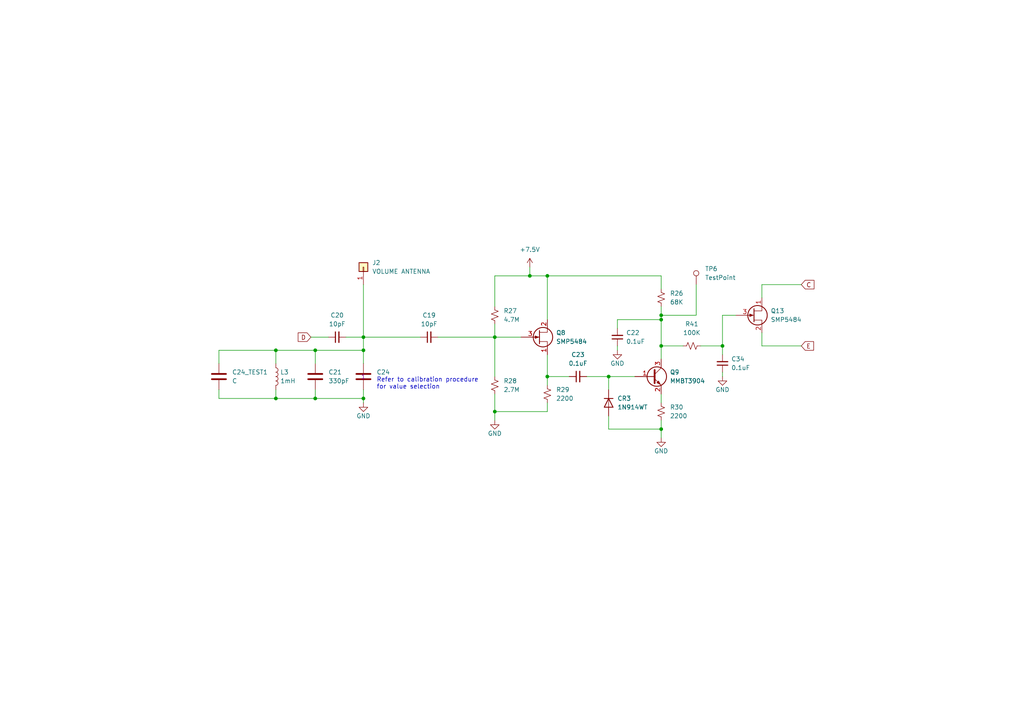
<source format=kicad_sch>
(kicad_sch (version 20211123) (generator eeschema)

  (uuid 9110bc1a-aad0-4878-bdaf-c818670c7ab1)

  (paper "A4")

  (lib_symbols
    (symbol "Connector:TestPoint" (pin_numbers hide) (pin_names (offset 0.762) hide) (in_bom yes) (on_board yes)
      (property "Reference" "TP" (id 0) (at 0 6.858 0)
        (effects (font (size 1.27 1.27)))
      )
      (property "Value" "TestPoint" (id 1) (at 0 5.08 0)
        (effects (font (size 1.27 1.27)))
      )
      (property "Footprint" "" (id 2) (at 5.08 0 0)
        (effects (font (size 1.27 1.27)) hide)
      )
      (property "Datasheet" "~" (id 3) (at 5.08 0 0)
        (effects (font (size 1.27 1.27)) hide)
      )
      (property "ki_keywords" "test point tp" (id 4) (at 0 0 0)
        (effects (font (size 1.27 1.27)) hide)
      )
      (property "ki_description" "test point" (id 5) (at 0 0 0)
        (effects (font (size 1.27 1.27)) hide)
      )
      (property "ki_fp_filters" "Pin* Test*" (id 6) (at 0 0 0)
        (effects (font (size 1.27 1.27)) hide)
      )
      (symbol "TestPoint_0_1"
        (circle (center 0 3.302) (radius 0.762)
          (stroke (width 0) (type default) (color 0 0 0 0))
          (fill (type none))
        )
      )
      (symbol "TestPoint_1_1"
        (pin passive line (at 0 0 90) (length 2.54)
          (name "1" (effects (font (size 1.27 1.27))))
          (number "1" (effects (font (size 1.27 1.27))))
        )
      )
    )
    (symbol "Connector_Generic:Conn_01x01" (pin_names (offset 1.016) hide) (in_bom yes) (on_board yes)
      (property "Reference" "J" (id 0) (at 0 2.54 0)
        (effects (font (size 1.27 1.27)))
      )
      (property "Value" "Conn_01x01" (id 1) (at 0 -2.54 0)
        (effects (font (size 1.27 1.27)))
      )
      (property "Footprint" "" (id 2) (at 0 0 0)
        (effects (font (size 1.27 1.27)) hide)
      )
      (property "Datasheet" "~" (id 3) (at 0 0 0)
        (effects (font (size 1.27 1.27)) hide)
      )
      (property "ki_keywords" "connector" (id 4) (at 0 0 0)
        (effects (font (size 1.27 1.27)) hide)
      )
      (property "ki_description" "Generic connector, single row, 01x01, script generated (kicad-library-utils/schlib/autogen/connector/)" (id 5) (at 0 0 0)
        (effects (font (size 1.27 1.27)) hide)
      )
      (property "ki_fp_filters" "Connector*:*_1x??_*" (id 6) (at 0 0 0)
        (effects (font (size 1.27 1.27)) hide)
      )
      (symbol "Conn_01x01_1_1"
        (rectangle (start -1.27 0.127) (end 0 -0.127)
          (stroke (width 0.1524) (type default) (color 0 0 0 0))
          (fill (type none))
        )
        (rectangle (start -1.27 1.27) (end 1.27 -1.27)
          (stroke (width 0.254) (type default) (color 0 0 0 0))
          (fill (type background))
        )
        (pin passive line (at -5.08 0 0) (length 3.81)
          (name "Pin_1" (effects (font (size 1.27 1.27))))
          (number "1" (effects (font (size 1.27 1.27))))
        )
      )
    )
    (symbol "Device:C" (pin_numbers hide) (pin_names (offset 0.254)) (in_bom yes) (on_board yes)
      (property "Reference" "C" (id 0) (at 0.635 2.54 0)
        (effects (font (size 1.27 1.27)) (justify left))
      )
      (property "Value" "C" (id 1) (at 0.635 -2.54 0)
        (effects (font (size 1.27 1.27)) (justify left))
      )
      (property "Footprint" "" (id 2) (at 0.9652 -3.81 0)
        (effects (font (size 1.27 1.27)) hide)
      )
      (property "Datasheet" "~" (id 3) (at 0 0 0)
        (effects (font (size 1.27 1.27)) hide)
      )
      (property "ki_keywords" "cap capacitor" (id 4) (at 0 0 0)
        (effects (font (size 1.27 1.27)) hide)
      )
      (property "ki_description" "Unpolarized capacitor" (id 5) (at 0 0 0)
        (effects (font (size 1.27 1.27)) hide)
      )
      (property "ki_fp_filters" "C_*" (id 6) (at 0 0 0)
        (effects (font (size 1.27 1.27)) hide)
      )
      (symbol "C_0_1"
        (polyline
          (pts
            (xy -2.032 -0.762)
            (xy 2.032 -0.762)
          )
          (stroke (width 0.508) (type default) (color 0 0 0 0))
          (fill (type none))
        )
        (polyline
          (pts
            (xy -2.032 0.762)
            (xy 2.032 0.762)
          )
          (stroke (width 0.508) (type default) (color 0 0 0 0))
          (fill (type none))
        )
      )
      (symbol "C_1_1"
        (pin passive line (at 0 3.81 270) (length 2.794)
          (name "~" (effects (font (size 1.27 1.27))))
          (number "1" (effects (font (size 1.27 1.27))))
        )
        (pin passive line (at 0 -3.81 90) (length 2.794)
          (name "~" (effects (font (size 1.27 1.27))))
          (number "2" (effects (font (size 1.27 1.27))))
        )
      )
    )
    (symbol "Device:C_Small" (pin_numbers hide) (pin_names (offset 0.254) hide) (in_bom yes) (on_board yes)
      (property "Reference" "C" (id 0) (at 0.254 1.778 0)
        (effects (font (size 1.27 1.27)) (justify left))
      )
      (property "Value" "C_Small" (id 1) (at 0.254 -2.032 0)
        (effects (font (size 1.27 1.27)) (justify left))
      )
      (property "Footprint" "" (id 2) (at 0 0 0)
        (effects (font (size 1.27 1.27)) hide)
      )
      (property "Datasheet" "~" (id 3) (at 0 0 0)
        (effects (font (size 1.27 1.27)) hide)
      )
      (property "ki_keywords" "capacitor cap" (id 4) (at 0 0 0)
        (effects (font (size 1.27 1.27)) hide)
      )
      (property "ki_description" "Unpolarized capacitor, small symbol" (id 5) (at 0 0 0)
        (effects (font (size 1.27 1.27)) hide)
      )
      (property "ki_fp_filters" "C_*" (id 6) (at 0 0 0)
        (effects (font (size 1.27 1.27)) hide)
      )
      (symbol "C_Small_0_1"
        (polyline
          (pts
            (xy -1.524 -0.508)
            (xy 1.524 -0.508)
          )
          (stroke (width 0.3302) (type default) (color 0 0 0 0))
          (fill (type none))
        )
        (polyline
          (pts
            (xy -1.524 0.508)
            (xy 1.524 0.508)
          )
          (stroke (width 0.3048) (type default) (color 0 0 0 0))
          (fill (type none))
        )
      )
      (symbol "C_Small_1_1"
        (pin passive line (at 0 2.54 270) (length 2.032)
          (name "~" (effects (font (size 1.27 1.27))))
          (number "1" (effects (font (size 1.27 1.27))))
        )
        (pin passive line (at 0 -2.54 90) (length 2.032)
          (name "~" (effects (font (size 1.27 1.27))))
          (number "2" (effects (font (size 1.27 1.27))))
        )
      )
    )
    (symbol "Device:L" (pin_numbers hide) (pin_names (offset 1.016) hide) (in_bom yes) (on_board yes)
      (property "Reference" "L" (id 0) (at -1.27 0 90)
        (effects (font (size 1.27 1.27)))
      )
      (property "Value" "L" (id 1) (at 1.905 0 90)
        (effects (font (size 1.27 1.27)))
      )
      (property "Footprint" "" (id 2) (at 0 0 0)
        (effects (font (size 1.27 1.27)) hide)
      )
      (property "Datasheet" "~" (id 3) (at 0 0 0)
        (effects (font (size 1.27 1.27)) hide)
      )
      (property "ki_keywords" "inductor choke coil reactor magnetic" (id 4) (at 0 0 0)
        (effects (font (size 1.27 1.27)) hide)
      )
      (property "ki_description" "Inductor" (id 5) (at 0 0 0)
        (effects (font (size 1.27 1.27)) hide)
      )
      (property "ki_fp_filters" "Choke_* *Coil* Inductor_* L_*" (id 6) (at 0 0 0)
        (effects (font (size 1.27 1.27)) hide)
      )
      (symbol "L_0_1"
        (arc (start 0 -2.54) (mid 0.635 -1.905) (end 0 -1.27)
          (stroke (width 0) (type default) (color 0 0 0 0))
          (fill (type none))
        )
        (arc (start 0 -1.27) (mid 0.635 -0.635) (end 0 0)
          (stroke (width 0) (type default) (color 0 0 0 0))
          (fill (type none))
        )
        (arc (start 0 0) (mid 0.635 0.635) (end 0 1.27)
          (stroke (width 0) (type default) (color 0 0 0 0))
          (fill (type none))
        )
        (arc (start 0 1.27) (mid 0.635 1.905) (end 0 2.54)
          (stroke (width 0) (type default) (color 0 0 0 0))
          (fill (type none))
        )
      )
      (symbol "L_1_1"
        (pin passive line (at 0 3.81 270) (length 1.27)
          (name "1" (effects (font (size 1.27 1.27))))
          (number "1" (effects (font (size 1.27 1.27))))
        )
        (pin passive line (at 0 -3.81 90) (length 1.27)
          (name "2" (effects (font (size 1.27 1.27))))
          (number "2" (effects (font (size 1.27 1.27))))
        )
      )
    )
    (symbol "Device:Q_NJFET_SDG" (pin_names (offset 0) hide) (in_bom yes) (on_board yes)
      (property "Reference" "Q" (id 0) (at 5.08 1.27 0)
        (effects (font (size 1.27 1.27)) (justify left))
      )
      (property "Value" "Q_NJFET_SDG" (id 1) (at 5.08 -1.27 0)
        (effects (font (size 1.27 1.27)) (justify left))
      )
      (property "Footprint" "" (id 2) (at 5.08 2.54 0)
        (effects (font (size 1.27 1.27)) hide)
      )
      (property "Datasheet" "~" (id 3) (at 0 0 0)
        (effects (font (size 1.27 1.27)) hide)
      )
      (property "ki_keywords" "transistor NJFET N-JFET" (id 4) (at 0 0 0)
        (effects (font (size 1.27 1.27)) hide)
      )
      (property "ki_description" "N-JFET transistor, source/drain/gate" (id 5) (at 0 0 0)
        (effects (font (size 1.27 1.27)) hide)
      )
      (symbol "Q_NJFET_SDG_0_1"
        (polyline
          (pts
            (xy 0.254 1.905)
            (xy 0.254 -1.905)
            (xy 0.254 -1.905)
          )
          (stroke (width 0.254) (type default) (color 0 0 0 0))
          (fill (type none))
        )
        (polyline
          (pts
            (xy 2.54 -2.54)
            (xy 2.54 -1.27)
            (xy 0.254 -1.27)
          )
          (stroke (width 0) (type default) (color 0 0 0 0))
          (fill (type none))
        )
        (polyline
          (pts
            (xy 2.54 2.54)
            (xy 2.54 1.397)
            (xy 0.254 1.397)
          )
          (stroke (width 0) (type default) (color 0 0 0 0))
          (fill (type none))
        )
        (polyline
          (pts
            (xy 0 0)
            (xy -1.016 0.381)
            (xy -1.016 -0.381)
            (xy 0 0)
          )
          (stroke (width 0) (type default) (color 0 0 0 0))
          (fill (type outline))
        )
        (circle (center 1.27 0) (radius 2.8194)
          (stroke (width 0.254) (type default) (color 0 0 0 0))
          (fill (type none))
        )
      )
      (symbol "Q_NJFET_SDG_1_1"
        (pin passive line (at 2.54 -5.08 90) (length 2.54)
          (name "S" (effects (font (size 1.27 1.27))))
          (number "1" (effects (font (size 1.27 1.27))))
        )
        (pin passive line (at 2.54 5.08 270) (length 2.54)
          (name "D" (effects (font (size 1.27 1.27))))
          (number "2" (effects (font (size 1.27 1.27))))
        )
        (pin input line (at -5.08 0 0) (length 5.334)
          (name "G" (effects (font (size 1.27 1.27))))
          (number "3" (effects (font (size 1.27 1.27))))
        )
      )
    )
    (symbol "Device:R_Small_US" (pin_numbers hide) (pin_names (offset 0.254) hide) (in_bom yes) (on_board yes)
      (property "Reference" "R" (id 0) (at 0.762 0.508 0)
        (effects (font (size 1.27 1.27)) (justify left))
      )
      (property "Value" "R_Small_US" (id 1) (at 0.762 -1.016 0)
        (effects (font (size 1.27 1.27)) (justify left))
      )
      (property "Footprint" "" (id 2) (at 0 0 0)
        (effects (font (size 1.27 1.27)) hide)
      )
      (property "Datasheet" "~" (id 3) (at 0 0 0)
        (effects (font (size 1.27 1.27)) hide)
      )
      (property "ki_keywords" "r resistor" (id 4) (at 0 0 0)
        (effects (font (size 1.27 1.27)) hide)
      )
      (property "ki_description" "Resistor, small US symbol" (id 5) (at 0 0 0)
        (effects (font (size 1.27 1.27)) hide)
      )
      (property "ki_fp_filters" "R_*" (id 6) (at 0 0 0)
        (effects (font (size 1.27 1.27)) hide)
      )
      (symbol "R_Small_US_1_1"
        (polyline
          (pts
            (xy 0 0)
            (xy 1.016 -0.381)
            (xy 0 -0.762)
            (xy -1.016 -1.143)
            (xy 0 -1.524)
          )
          (stroke (width 0) (type default) (color 0 0 0 0))
          (fill (type none))
        )
        (polyline
          (pts
            (xy 0 1.524)
            (xy 1.016 1.143)
            (xy 0 0.762)
            (xy -1.016 0.381)
            (xy 0 0)
          )
          (stroke (width 0) (type default) (color 0 0 0 0))
          (fill (type none))
        )
        (pin passive line (at 0 2.54 270) (length 1.016)
          (name "~" (effects (font (size 1.27 1.27))))
          (number "1" (effects (font (size 1.27 1.27))))
        )
        (pin passive line (at 0 -2.54 90) (length 1.016)
          (name "~" (effects (font (size 1.27 1.27))))
          (number "2" (effects (font (size 1.27 1.27))))
        )
      )
    )
    (symbol "Diode:1N914WT" (pin_numbers hide) (pin_names hide) (in_bom yes) (on_board yes)
      (property "Reference" "D" (id 0) (at 0 2.54 0)
        (effects (font (size 1.27 1.27)))
      )
      (property "Value" "1N914WT" (id 1) (at 0 -2.54 0)
        (effects (font (size 1.27 1.27)))
      )
      (property "Footprint" "Diode_SMD:D_SOD-523" (id 2) (at 0 -4.445 0)
        (effects (font (size 1.27 1.27)) hide)
      )
      (property "Datasheet" "http://www.mouser.com/ds/2/149/1N4148WT-461550.pdf" (id 3) (at 0 0 0)
        (effects (font (size 1.27 1.27)) hide)
      )
      (property "ki_keywords" "diode" (id 4) (at 0 0 0)
        (effects (font (size 1.27 1.27)) hide)
      )
      (property "ki_description" "75V 0.15A Fast switching Diode, SOD-523" (id 5) (at 0 0 0)
        (effects (font (size 1.27 1.27)) hide)
      )
      (property "ki_fp_filters" "D*SOD?523*" (id 6) (at 0 0 0)
        (effects (font (size 1.27 1.27)) hide)
      )
      (symbol "1N914WT_0_1"
        (polyline
          (pts
            (xy -1.27 1.27)
            (xy -1.27 -1.27)
          )
          (stroke (width 0.254) (type default) (color 0 0 0 0))
          (fill (type none))
        )
        (polyline
          (pts
            (xy 1.27 0)
            (xy -1.27 0)
          )
          (stroke (width 0) (type default) (color 0 0 0 0))
          (fill (type none))
        )
        (polyline
          (pts
            (xy 1.27 1.27)
            (xy 1.27 -1.27)
            (xy -1.27 0)
            (xy 1.27 1.27)
          )
          (stroke (width 0.254) (type default) (color 0 0 0 0))
          (fill (type none))
        )
      )
      (symbol "1N914WT_1_1"
        (pin passive line (at -3.81 0 0) (length 2.54)
          (name "K" (effects (font (size 1.27 1.27))))
          (number "1" (effects (font (size 1.27 1.27))))
        )
        (pin passive line (at 3.81 0 180) (length 2.54)
          (name "A" (effects (font (size 1.27 1.27))))
          (number "2" (effects (font (size 1.27 1.27))))
        )
      )
    )
    (symbol "Transistor_BJT:MMBT3904" (pin_names (offset 0) hide) (in_bom yes) (on_board yes)
      (property "Reference" "Q" (id 0) (at 5.08 1.905 0)
        (effects (font (size 1.27 1.27)) (justify left))
      )
      (property "Value" "MMBT3904" (id 1) (at 5.08 0 0)
        (effects (font (size 1.27 1.27)) (justify left))
      )
      (property "Footprint" "Package_TO_SOT_SMD:SOT-23" (id 2) (at 5.08 -1.905 0)
        (effects (font (size 1.27 1.27) italic) (justify left) hide)
      )
      (property "Datasheet" "https://www.onsemi.com/pub/Collateral/2N3903-D.PDF" (id 3) (at 0 0 0)
        (effects (font (size 1.27 1.27)) (justify left) hide)
      )
      (property "ki_keywords" "NPN Transistor" (id 4) (at 0 0 0)
        (effects (font (size 1.27 1.27)) hide)
      )
      (property "ki_description" "0.2A Ic, 40V Vce, Small Signal NPN Transistor, SOT-23" (id 5) (at 0 0 0)
        (effects (font (size 1.27 1.27)) hide)
      )
      (property "ki_fp_filters" "SOT?23*" (id 6) (at 0 0 0)
        (effects (font (size 1.27 1.27)) hide)
      )
      (symbol "MMBT3904_0_1"
        (polyline
          (pts
            (xy 0.635 0.635)
            (xy 2.54 2.54)
          )
          (stroke (width 0) (type default) (color 0 0 0 0))
          (fill (type none))
        )
        (polyline
          (pts
            (xy 0.635 -0.635)
            (xy 2.54 -2.54)
            (xy 2.54 -2.54)
          )
          (stroke (width 0) (type default) (color 0 0 0 0))
          (fill (type none))
        )
        (polyline
          (pts
            (xy 0.635 1.905)
            (xy 0.635 -1.905)
            (xy 0.635 -1.905)
          )
          (stroke (width 0.508) (type default) (color 0 0 0 0))
          (fill (type none))
        )
        (polyline
          (pts
            (xy 1.27 -1.778)
            (xy 1.778 -1.27)
            (xy 2.286 -2.286)
            (xy 1.27 -1.778)
            (xy 1.27 -1.778)
          )
          (stroke (width 0) (type default) (color 0 0 0 0))
          (fill (type outline))
        )
        (circle (center 1.27 0) (radius 2.8194)
          (stroke (width 0.254) (type default) (color 0 0 0 0))
          (fill (type none))
        )
      )
      (symbol "MMBT3904_1_1"
        (pin input line (at -5.08 0 0) (length 5.715)
          (name "B" (effects (font (size 1.27 1.27))))
          (number "1" (effects (font (size 1.27 1.27))))
        )
        (pin passive line (at 2.54 -5.08 90) (length 2.54)
          (name "E" (effects (font (size 1.27 1.27))))
          (number "2" (effects (font (size 1.27 1.27))))
        )
        (pin passive line (at 2.54 5.08 270) (length 2.54)
          (name "C" (effects (font (size 1.27 1.27))))
          (number "3" (effects (font (size 1.27 1.27))))
        )
      )
    )
    (symbol "power:+7.5V" (power) (pin_names (offset 0)) (in_bom yes) (on_board yes)
      (property "Reference" "#PWR" (id 0) (at 0 -3.81 0)
        (effects (font (size 1.27 1.27)) hide)
      )
      (property "Value" "+7.5V" (id 1) (at 0 3.556 0)
        (effects (font (size 1.27 1.27)))
      )
      (property "Footprint" "" (id 2) (at 0 0 0)
        (effects (font (size 1.27 1.27)) hide)
      )
      (property "Datasheet" "" (id 3) (at 0 0 0)
        (effects (font (size 1.27 1.27)) hide)
      )
      (property "ki_keywords" "power-flag" (id 4) (at 0 0 0)
        (effects (font (size 1.27 1.27)) hide)
      )
      (property "ki_description" "Power symbol creates a global label with name \"+7.5V\"" (id 5) (at 0 0 0)
        (effects (font (size 1.27 1.27)) hide)
      )
      (symbol "+7.5V_0_1"
        (polyline
          (pts
            (xy -0.762 1.27)
            (xy 0 2.54)
          )
          (stroke (width 0) (type default) (color 0 0 0 0))
          (fill (type none))
        )
        (polyline
          (pts
            (xy 0 0)
            (xy 0 2.54)
          )
          (stroke (width 0) (type default) (color 0 0 0 0))
          (fill (type none))
        )
        (polyline
          (pts
            (xy 0 2.54)
            (xy 0.762 1.27)
          )
          (stroke (width 0) (type default) (color 0 0 0 0))
          (fill (type none))
        )
      )
      (symbol "+7.5V_1_1"
        (pin power_in line (at 0 0 90) (length 0) hide
          (name "+7.5V" (effects (font (size 1.27 1.27))))
          (number "1" (effects (font (size 1.27 1.27))))
        )
      )
    )
    (symbol "power:GND" (power) (pin_names (offset 0)) (in_bom yes) (on_board yes)
      (property "Reference" "#PWR" (id 0) (at 0 -6.35 0)
        (effects (font (size 1.27 1.27)) hide)
      )
      (property "Value" "GND" (id 1) (at 0 -3.81 0)
        (effects (font (size 1.27 1.27)))
      )
      (property "Footprint" "" (id 2) (at 0 0 0)
        (effects (font (size 1.27 1.27)) hide)
      )
      (property "Datasheet" "" (id 3) (at 0 0 0)
        (effects (font (size 1.27 1.27)) hide)
      )
      (property "ki_keywords" "power-flag" (id 4) (at 0 0 0)
        (effects (font (size 1.27 1.27)) hide)
      )
      (property "ki_description" "Power symbol creates a global label with name \"GND\" , ground" (id 5) (at 0 0 0)
        (effects (font (size 1.27 1.27)) hide)
      )
      (symbol "GND_0_1"
        (polyline
          (pts
            (xy 0 0)
            (xy 0 -1.27)
            (xy 1.27 -1.27)
            (xy 0 -2.54)
            (xy -1.27 -1.27)
            (xy 0 -1.27)
          )
          (stroke (width 0) (type default) (color 0 0 0 0))
          (fill (type none))
        )
      )
      (symbol "GND_1_1"
        (pin power_in line (at 0 0 270) (length 0) hide
          (name "GND" (effects (font (size 1.27 1.27))))
          (number "1" (effects (font (size 1.27 1.27))))
        )
      )
    )
  )

  (junction (at 143.51 119.38) (diameter 0) (color 0 0 0 0)
    (uuid 1389fe80-ba3c-43a7-95ce-a42ce1d87ec8)
  )
  (junction (at 143.51 97.79) (diameter 0) (color 0 0 0 0)
    (uuid 1ce410b0-95ea-457a-bfe9-2c348fa7cf1d)
  )
  (junction (at 158.75 109.22) (diameter 0) (color 0 0 0 0)
    (uuid 667171e6-4afc-43b0-a285-a5969a51e912)
  )
  (junction (at 80.01 115.57) (diameter 0) (color 0 0 0 0)
    (uuid 6860f24f-29ff-4aa9-a52c-1ef30e925880)
  )
  (junction (at 158.75 80.01) (diameter 0) (color 0 0 0 0)
    (uuid 6cb56f40-57bc-4e60-b874-ebf30b424cd5)
  )
  (junction (at 209.55 100.33) (diameter 0) (color 0 0 0 0)
    (uuid 792f0566-488c-4440-91e2-298731ce7e64)
  )
  (junction (at 91.44 115.57) (diameter 0) (color 0 0 0 0)
    (uuid 8478c485-ce61-4f33-a35e-cabe50a2d89d)
  )
  (junction (at 191.77 91.44) (diameter 0) (color 0 0 0 0)
    (uuid 926d669f-91e4-4c5b-ae5e-08efaf9795f9)
  )
  (junction (at 105.41 115.57) (diameter 0) (color 0 0 0 0)
    (uuid a1ce3031-c6ee-4643-a48d-704b124b2c15)
  )
  (junction (at 153.67 80.01) (diameter 0) (color 0 0 0 0)
    (uuid b42746d0-c77c-4c05-810f-223c8daee522)
  )
  (junction (at 105.41 101.6) (diameter 0) (color 0 0 0 0)
    (uuid b6e2e59e-5651-46f5-9077-c401d8d0bef9)
  )
  (junction (at 191.77 124.46) (diameter 0) (color 0 0 0 0)
    (uuid bbe0bad4-0956-4e84-817e-4f8ee5f57ddd)
  )
  (junction (at 91.44 101.6) (diameter 0) (color 0 0 0 0)
    (uuid bce7d3d4-62bc-4e4f-a640-ce7d45001d7a)
  )
  (junction (at 191.77 100.33) (diameter 0) (color 0 0 0 0)
    (uuid bd6248e8-fef7-4c0b-8f89-924bab92dc3c)
  )
  (junction (at 176.53 109.22) (diameter 0) (color 0 0 0 0)
    (uuid ed0d7ade-c283-4b69-a394-85daba5a9722)
  )
  (junction (at 191.77 92.71) (diameter 0) (color 0 0 0 0)
    (uuid f2c99f38-be0c-40aa-a2f3-ddc839e92a1a)
  )
  (junction (at 80.01 101.6) (diameter 0) (color 0 0 0 0)
    (uuid f8f405f4-bf5a-47b6-bcc8-4d90c77b7bf6)
  )
  (junction (at 105.41 97.79) (diameter 0) (color 0 0 0 0)
    (uuid fe18c94c-e74c-4a59-8d0d-d42879ec82eb)
  )

  (wire (pts (xy 158.75 80.01) (xy 158.75 92.71))
    (stroke (width 0) (type default) (color 0 0 0 0))
    (uuid 03958d3d-cc9c-4175-a36d-5b794da7f08d)
  )
  (wire (pts (xy 191.77 114.3) (xy 191.77 116.84))
    (stroke (width 0) (type default) (color 0 0 0 0))
    (uuid 081efa14-baca-4b1c-a711-caef55135766)
  )
  (wire (pts (xy 63.5 101.6) (xy 80.01 101.6))
    (stroke (width 0) (type default) (color 0 0 0 0))
    (uuid 0d0d55a9-ae2a-4782-a03d-f359eebd258f)
  )
  (wire (pts (xy 143.51 88.9) (xy 143.51 80.01))
    (stroke (width 0) (type default) (color 0 0 0 0))
    (uuid 0d2e2f60-ce7d-4b58-b276-50f5d4bcab45)
  )
  (wire (pts (xy 179.07 95.25) (xy 179.07 92.71))
    (stroke (width 0) (type default) (color 0 0 0 0))
    (uuid 0daac259-36d3-475f-9295-a447b511a4bd)
  )
  (wire (pts (xy 201.93 82.55) (xy 201.93 91.44))
    (stroke (width 0) (type default) (color 0 0 0 0))
    (uuid 167ea91f-d6eb-4913-9a6f-4d0c9774f34e)
  )
  (wire (pts (xy 158.75 109.22) (xy 165.1 109.22))
    (stroke (width 0) (type default) (color 0 0 0 0))
    (uuid 18d28465-5e67-4859-9b8f-40c1d950f424)
  )
  (wire (pts (xy 176.53 109.22) (xy 170.18 109.22))
    (stroke (width 0) (type default) (color 0 0 0 0))
    (uuid 1bdb9d14-eb29-43a7-8ac9-45e6cb1d48f2)
  )
  (wire (pts (xy 220.98 86.36) (xy 220.98 82.55))
    (stroke (width 0) (type default) (color 0 0 0 0))
    (uuid 1da63884-4122-4d44-a1cb-ab794e6c3485)
  )
  (wire (pts (xy 80.01 105.41) (xy 80.01 101.6))
    (stroke (width 0) (type default) (color 0 0 0 0))
    (uuid 29735aba-b51c-41e1-8ab0-a1ed40dd5922)
  )
  (wire (pts (xy 100.33 97.79) (xy 105.41 97.79))
    (stroke (width 0) (type default) (color 0 0 0 0))
    (uuid 2ef69ddc-7878-4b7d-8cb6-b9b42c824413)
  )
  (wire (pts (xy 63.5 115.57) (xy 80.01 115.57))
    (stroke (width 0) (type default) (color 0 0 0 0))
    (uuid 2f21e11d-7817-4ba4-8264-bdd5784d436f)
  )
  (wire (pts (xy 198.12 100.33) (xy 191.77 100.33))
    (stroke (width 0) (type default) (color 0 0 0 0))
    (uuid 37f8d1d7-0582-481d-8f59-3d128f952d28)
  )
  (wire (pts (xy 209.55 102.87) (xy 209.55 100.33))
    (stroke (width 0) (type default) (color 0 0 0 0))
    (uuid 3c838956-e4f7-4a35-810f-ff2fb6c9236d)
  )
  (wire (pts (xy 191.77 91.44) (xy 191.77 92.71))
    (stroke (width 0) (type default) (color 0 0 0 0))
    (uuid 41e154b4-ad88-4427-a114-be0baec46579)
  )
  (wire (pts (xy 220.98 100.33) (xy 232.41 100.33))
    (stroke (width 0) (type default) (color 0 0 0 0))
    (uuid 433af907-ff8e-4983-a551-51a1fe5e5a44)
  )
  (wire (pts (xy 105.41 116.84) (xy 105.41 115.57))
    (stroke (width 0) (type default) (color 0 0 0 0))
    (uuid 4c811d93-6be7-4206-8d03-b3503c8f4417)
  )
  (wire (pts (xy 105.41 82.55) (xy 105.41 97.79))
    (stroke (width 0) (type default) (color 0 0 0 0))
    (uuid 5023ab9b-ef77-4646-95d0-9c90dfba129e)
  )
  (wire (pts (xy 158.75 116.84) (xy 158.75 119.38))
    (stroke (width 0) (type default) (color 0 0 0 0))
    (uuid 50e9d6d0-0c43-4b21-88fa-68e1068869cb)
  )
  (wire (pts (xy 176.53 120.65) (xy 176.53 124.46))
    (stroke (width 0) (type default) (color 0 0 0 0))
    (uuid 5298cb36-46d3-41a9-8842-3ce7bef88897)
  )
  (wire (pts (xy 176.53 109.22) (xy 184.15 109.22))
    (stroke (width 0) (type default) (color 0 0 0 0))
    (uuid 5804441f-f258-4a3b-907a-6db83c622ec2)
  )
  (wire (pts (xy 191.77 83.82) (xy 191.77 80.01))
    (stroke (width 0) (type default) (color 0 0 0 0))
    (uuid 5a002048-e004-4b98-b310-c4f25904d046)
  )
  (wire (pts (xy 105.41 101.6) (xy 105.41 105.41))
    (stroke (width 0) (type default) (color 0 0 0 0))
    (uuid 5d24954b-e667-4f67-82d5-ab4590149bac)
  )
  (wire (pts (xy 191.77 92.71) (xy 191.77 100.33))
    (stroke (width 0) (type default) (color 0 0 0 0))
    (uuid 5f50ee6e-4289-4902-ac03-b695ba22a7dd)
  )
  (wire (pts (xy 179.07 100.33) (xy 179.07 101.6))
    (stroke (width 0) (type default) (color 0 0 0 0))
    (uuid 62f07b26-01df-455f-a2f5-ca0992e04860)
  )
  (wire (pts (xy 191.77 121.92) (xy 191.77 124.46))
    (stroke (width 0) (type default) (color 0 0 0 0))
    (uuid 6ccc4def-bc73-4d2d-a4a8-76592a7496c4)
  )
  (wire (pts (xy 176.53 113.03) (xy 176.53 109.22))
    (stroke (width 0) (type default) (color 0 0 0 0))
    (uuid 7687189b-8364-4480-a522-2920cc77140a)
  )
  (wire (pts (xy 191.77 124.46) (xy 191.77 127))
    (stroke (width 0) (type default) (color 0 0 0 0))
    (uuid 84ef980f-ddba-4a8b-a5ca-dd5f587a7f29)
  )
  (wire (pts (xy 158.75 109.22) (xy 158.75 111.76))
    (stroke (width 0) (type default) (color 0 0 0 0))
    (uuid 86b446bf-5bdc-44e7-82ee-7f18cda73de7)
  )
  (wire (pts (xy 158.75 119.38) (xy 143.51 119.38))
    (stroke (width 0) (type default) (color 0 0 0 0))
    (uuid 89e8c63b-76f5-4cc1-96a5-9e13df9a0ac4)
  )
  (wire (pts (xy 80.01 115.57) (xy 80.01 113.03))
    (stroke (width 0) (type default) (color 0 0 0 0))
    (uuid 8a2954dc-9290-4e0f-af05-94cab1ed5215)
  )
  (wire (pts (xy 143.51 97.79) (xy 143.51 109.22))
    (stroke (width 0) (type default) (color 0 0 0 0))
    (uuid 90874b9d-40e3-4662-b061-1cc3da1cc3f0)
  )
  (wire (pts (xy 105.41 97.79) (xy 105.41 101.6))
    (stroke (width 0) (type default) (color 0 0 0 0))
    (uuid 90f3aa55-cdfa-4a1f-b4b3-73bad757b983)
  )
  (wire (pts (xy 191.77 88.9) (xy 191.77 91.44))
    (stroke (width 0) (type default) (color 0 0 0 0))
    (uuid 9d23f7b0-b9f6-48e0-b4a0-f095c2c91616)
  )
  (wire (pts (xy 179.07 92.71) (xy 191.77 92.71))
    (stroke (width 0) (type default) (color 0 0 0 0))
    (uuid a072f270-ba17-414e-99c9-f1cd8f9e36ce)
  )
  (wire (pts (xy 220.98 82.55) (xy 232.41 82.55))
    (stroke (width 0) (type default) (color 0 0 0 0))
    (uuid a1c5d07b-36a1-4f67-8cc8-48776aef2e52)
  )
  (wire (pts (xy 158.75 102.87) (xy 158.75 109.22))
    (stroke (width 0) (type default) (color 0 0 0 0))
    (uuid a3b54948-e8e6-4cad-be42-b8f2755d8241)
  )
  (wire (pts (xy 209.55 91.44) (xy 213.36 91.44))
    (stroke (width 0) (type default) (color 0 0 0 0))
    (uuid a73f09b7-89de-4d5d-8def-4990f0475634)
  )
  (wire (pts (xy 127 97.79) (xy 143.51 97.79))
    (stroke (width 0) (type default) (color 0 0 0 0))
    (uuid a7a19799-ff1b-419b-92bd-1a6b69ecd65e)
  )
  (wire (pts (xy 143.51 97.79) (xy 151.13 97.79))
    (stroke (width 0) (type default) (color 0 0 0 0))
    (uuid b0459584-d5be-43b6-a23f-dfc32d44cb9c)
  )
  (wire (pts (xy 153.67 80.01) (xy 158.75 80.01))
    (stroke (width 0) (type default) (color 0 0 0 0))
    (uuid b07abd31-7492-4ef5-9a22-abc61ca6b629)
  )
  (wire (pts (xy 143.51 80.01) (xy 153.67 80.01))
    (stroke (width 0) (type default) (color 0 0 0 0))
    (uuid b1892ffc-6a28-4f6e-9ac3-ea812a8c29a8)
  )
  (wire (pts (xy 153.67 77.47) (xy 153.67 80.01))
    (stroke (width 0) (type default) (color 0 0 0 0))
    (uuid b6470f8b-9838-48a0-a0a7-f3bdf39a414b)
  )
  (wire (pts (xy 91.44 113.03) (xy 91.44 115.57))
    (stroke (width 0) (type default) (color 0 0 0 0))
    (uuid b6594a70-d163-491c-8970-f1db52058863)
  )
  (wire (pts (xy 91.44 101.6) (xy 105.41 101.6))
    (stroke (width 0) (type default) (color 0 0 0 0))
    (uuid b7794f78-a9c1-4f85-b594-81c3116740f3)
  )
  (wire (pts (xy 105.41 97.79) (xy 121.92 97.79))
    (stroke (width 0) (type default) (color 0 0 0 0))
    (uuid b78d95f9-5fd5-4adb-80b6-af377bfc3cf6)
  )
  (wire (pts (xy 80.01 101.6) (xy 91.44 101.6))
    (stroke (width 0) (type default) (color 0 0 0 0))
    (uuid b7cd91b7-2a9a-4556-8000-5d988500e50e)
  )
  (wire (pts (xy 90.17 97.79) (xy 95.25 97.79))
    (stroke (width 0) (type default) (color 0 0 0 0))
    (uuid b8b6ff43-d38f-425d-92b8-754ba1470748)
  )
  (wire (pts (xy 191.77 91.44) (xy 201.93 91.44))
    (stroke (width 0) (type default) (color 0 0 0 0))
    (uuid c63e6a44-e113-4ff1-abf9-3a5392fa54f7)
  )
  (wire (pts (xy 191.77 80.01) (xy 158.75 80.01))
    (stroke (width 0) (type default) (color 0 0 0 0))
    (uuid c9fb0f8e-2b55-4081-9875-0bcd42f50904)
  )
  (wire (pts (xy 105.41 113.03) (xy 105.41 115.57))
    (stroke (width 0) (type default) (color 0 0 0 0))
    (uuid cb276288-a5f8-468b-9d9d-5dae9ab1b1c0)
  )
  (wire (pts (xy 63.5 105.41) (xy 63.5 101.6))
    (stroke (width 0) (type default) (color 0 0 0 0))
    (uuid cff08b59-b5bd-4130-99ea-7c57928e3137)
  )
  (wire (pts (xy 143.51 97.79) (xy 143.51 93.98))
    (stroke (width 0) (type default) (color 0 0 0 0))
    (uuid d0aed297-1050-4071-89a7-0b83b109cf01)
  )
  (wire (pts (xy 176.53 124.46) (xy 191.77 124.46))
    (stroke (width 0) (type default) (color 0 0 0 0))
    (uuid d51b0ae6-eb24-4549-9a5b-4b544a46502f)
  )
  (wire (pts (xy 209.55 100.33) (xy 209.55 91.44))
    (stroke (width 0) (type default) (color 0 0 0 0))
    (uuid dff05546-4190-47e8-b523-7b57c290ebe0)
  )
  (wire (pts (xy 209.55 107.95) (xy 209.55 109.22))
    (stroke (width 0) (type default) (color 0 0 0 0))
    (uuid e32f65ff-7a77-4c66-8582-aee61ad4eac4)
  )
  (wire (pts (xy 91.44 115.57) (xy 105.41 115.57))
    (stroke (width 0) (type default) (color 0 0 0 0))
    (uuid e645a3db-3bb1-4f46-963c-b269484f8c3e)
  )
  (wire (pts (xy 203.2 100.33) (xy 209.55 100.33))
    (stroke (width 0) (type default) (color 0 0 0 0))
    (uuid ed28f6ef-6e12-487a-93d8-81ee5cb0cd85)
  )
  (wire (pts (xy 220.98 96.52) (xy 220.98 100.33))
    (stroke (width 0) (type default) (color 0 0 0 0))
    (uuid eea7ce70-02cf-4ef2-9794-eaa10a021afa)
  )
  (wire (pts (xy 143.51 114.3) (xy 143.51 119.38))
    (stroke (width 0) (type default) (color 0 0 0 0))
    (uuid f111df0b-ff88-4459-bbe7-de29b2e6c735)
  )
  (wire (pts (xy 191.77 100.33) (xy 191.77 104.14))
    (stroke (width 0) (type default) (color 0 0 0 0))
    (uuid f16e960a-694f-4453-90ac-463209a6b523)
  )
  (wire (pts (xy 63.5 113.03) (xy 63.5 115.57))
    (stroke (width 0) (type default) (color 0 0 0 0))
    (uuid f4655d13-b36c-4b29-8165-7fff12e7d2dc)
  )
  (wire (pts (xy 91.44 105.41) (xy 91.44 101.6))
    (stroke (width 0) (type default) (color 0 0 0 0))
    (uuid f6256c21-cc30-4f29-b45c-8cf8f94f1753)
  )
  (wire (pts (xy 80.01 115.57) (xy 91.44 115.57))
    (stroke (width 0) (type default) (color 0 0 0 0))
    (uuid f6b9bed2-e00e-4339-b609-9962c62b9597)
  )
  (wire (pts (xy 143.51 119.38) (xy 143.51 121.92))
    (stroke (width 0) (type default) (color 0 0 0 0))
    (uuid fa9e07e5-1556-46b9-b84c-ba08b5b08572)
  )

  (text "Refer to calibration procedure\nfor value selection"
    (at 109.22 113.03 0)
    (effects (font (size 1.27 1.27)) (justify left bottom))
    (uuid a085686c-3785-435c-aead-8cb8a26318b6)
  )

  (global_label "D" (shape input) (at 90.17 97.79 180) (fields_autoplaced)
    (effects (font (size 1.27 1.27)) (justify right))
    (uuid 9723653f-d037-4fc7-a506-a73ece7d2a29)
    (property "Intersheet References" "${INTERSHEET_REFS}" (id 0) (at 86.4869 97.7106 0)
      (effects (font (size 1.27 1.27)) (justify right) hide)
    )
  )
  (global_label "C" (shape input) (at 232.41 82.55 0) (fields_autoplaced)
    (effects (font (size 1.27 1.27)) (justify left))
    (uuid f3d042cb-1bfc-47bf-ab8b-9bab3d7e2ac4)
    (property "Intersheet References" "${INTERSHEET_REFS}" (id 0) (at 236.0931 82.4706 0)
      (effects (font (size 1.27 1.27)) (justify left) hide)
    )
  )
  (global_label "E" (shape input) (at 232.41 100.33 0) (fields_autoplaced)
    (effects (font (size 1.27 1.27)) (justify left))
    (uuid f851e18a-02b1-429e-afde-5f83874a3a16)
    (property "Intersheet References" "${INTERSHEET_REFS}" (id 0) (at 235.9721 100.2506 0)
      (effects (font (size 1.27 1.27)) (justify left) hide)
    )
  )

  (symbol (lib_id "power:GND") (at 209.55 109.22 0) (unit 1)
    (in_bom yes) (on_board yes)
    (uuid 16bba4d9-a445-40ea-b43d-2d22da654756)
    (property "Reference" "#PWR0127" (id 0) (at 209.55 115.57 0)
      (effects (font (size 1.27 1.27)) hide)
    )
    (property "Value" "GND" (id 1) (at 209.55 113.03 0))
    (property "Footprint" "" (id 2) (at 209.55 109.22 0)
      (effects (font (size 1.27 1.27)) hide)
    )
    (property "Datasheet" "" (id 3) (at 209.55 109.22 0)
      (effects (font (size 1.27 1.27)) hide)
    )
    (pin "1" (uuid af347adb-13f1-4e79-b4a6-7a6f58038770))
  )

  (symbol (lib_id "Device:R_Small_US") (at 191.77 86.36 0) (unit 1)
    (in_bom yes) (on_board yes) (fields_autoplaced)
    (uuid 1ccc0080-5587-4ca1-ab95-ef20ada53d94)
    (property "Reference" "R26" (id 0) (at 194.31 85.0899 0)
      (effects (font (size 1.27 1.27)) (justify left))
    )
    (property "Value" "68K" (id 1) (at 194.31 87.6299 0)
      (effects (font (size 1.27 1.27)) (justify left))
    )
    (property "Footprint" "Resistor_SMD:R_0603_1608Metric" (id 2) (at 191.77 86.36 0)
      (effects (font (size 1.27 1.27)) hide)
    )
    (property "Datasheet" "https://www.mouser.com/ProductDetail/603-RC0603FR-0768KL" (id 3) (at 191.77 86.36 0)
      (effects (font (size 1.27 1.27)) hide)
    )
    (property "Spice_Netlist_Enabled" "N" (id 4) (at 191.77 86.36 0)
      (effects (font (size 1.27 1.27)) hide)
    )
    (pin "1" (uuid 8c68ded5-53f8-429c-9980-80f6dfbc79fd))
    (pin "2" (uuid 0a88fcea-c345-405b-ba41-42a144df92f9))
  )

  (symbol (lib_id "Device:C_Small") (at 124.46 97.79 90) (unit 1)
    (in_bom yes) (on_board yes) (fields_autoplaced)
    (uuid 22fba55d-3087-4313-9465-2e619094d688)
    (property "Reference" "C19" (id 0) (at 124.4663 91.44 90))
    (property "Value" "10pF" (id 1) (at 124.4663 93.98 90))
    (property "Footprint" "Capacitor_SMD:C_0603_1608Metric" (id 2) (at 124.46 97.79 0)
      (effects (font (size 1.27 1.27)) hide)
    )
    (property "Datasheet" "https://www.mouser.com/ProductDetail/80-C0603C100K3RAUTO" (id 3) (at 124.46 97.79 0)
      (effects (font (size 1.27 1.27)) hide)
    )
    (property "Spice_Netlist_Enabled" "N" (id 4) (at 124.46 97.79 0)
      (effects (font (size 1.27 1.27)) hide)
    )
    (pin "1" (uuid 2dd181ff-22b1-41c1-b70b-994128e78699))
    (pin "2" (uuid 418be25c-9d84-492a-9786-831837968c64))
  )

  (symbol (lib_id "power:GND") (at 105.41 116.84 0) (unit 1)
    (in_bom yes) (on_board yes)
    (uuid 2a6fd31e-c4ce-4ad2-b6bf-a5e2a69e2f2d)
    (property "Reference" "#PWR0122" (id 0) (at 105.41 123.19 0)
      (effects (font (size 1.27 1.27)) hide)
    )
    (property "Value" "GND" (id 1) (at 105.41 120.65 0))
    (property "Footprint" "" (id 2) (at 105.41 116.84 0)
      (effects (font (size 1.27 1.27)) hide)
    )
    (property "Datasheet" "" (id 3) (at 105.41 116.84 0)
      (effects (font (size 1.27 1.27)) hide)
    )
    (pin "1" (uuid 77fac417-8508-4707-8ef4-3c6e13ba3393))
  )

  (symbol (lib_id "Device:R_Small_US") (at 143.51 91.44 0) (unit 1)
    (in_bom yes) (on_board yes) (fields_autoplaced)
    (uuid 2b9de2f1-84a4-4da4-a0d0-8b53f2c73e25)
    (property "Reference" "R27" (id 0) (at 146.05 90.1699 0)
      (effects (font (size 1.27 1.27)) (justify left))
    )
    (property "Value" "4.7M" (id 1) (at 146.05 92.7099 0)
      (effects (font (size 1.27 1.27)) (justify left))
    )
    (property "Footprint" "Resistor_SMD:R_0603_1608Metric" (id 2) (at 143.51 91.44 0)
      (effects (font (size 1.27 1.27)) hide)
    )
    (property "Datasheet" "https://www.mouser.com/ProductDetail/603-AC0603FR-074M7L" (id 3) (at 143.51 91.44 0)
      (effects (font (size 1.27 1.27)) hide)
    )
    (property "Spice_Netlist_Enabled" "N" (id 4) (at 143.51 91.44 0)
      (effects (font (size 1.27 1.27)) hide)
    )
    (pin "1" (uuid 431452bc-00ce-44ed-80ff-7d6d363b713f))
    (pin "2" (uuid 5d41f489-db1a-4ac2-8c15-e1a0cb86a1cc))
  )

  (symbol (lib_id "Device:C") (at 63.5 109.22 0) (unit 1)
    (in_bom yes) (on_board yes) (fields_autoplaced)
    (uuid 37577a34-2eca-4377-b0c4-dd3d86d3f467)
    (property "Reference" "C24_TEST1" (id 0) (at 67.31 107.9499 0)
      (effects (font (size 1.27 1.27)) (justify left))
    )
    (property "Value" "C" (id 1) (at 67.31 110.4899 0)
      (effects (font (size 1.27 1.27)) (justify left))
    )
    (property "Footprint" "Capacitor_THT:C_Disc_D3.0mm_W1.6mm_P2.50mm" (id 2) (at 64.4652 113.03 0)
      (effects (font (size 1.27 1.27)) hide)
    )
    (property "Datasheet" "https://www.mouser.com/ProductDetail/Cornell-Dubilier-CDE/MC12CD100D-TF" (id 3) (at 63.5 109.22 0)
      (effects (font (size 1.27 1.27)) hide)
    )
    (property "DNP" "1" (id 4) (at 63.5 109.22 0)
      (effects (font (size 1.27 1.27)) hide)
    )
    (property "Spice_Netlist_Enabled" "N" (id 5) (at 63.5 109.22 0)
      (effects (font (size 1.27 1.27)) hide)
    )
    (pin "1" (uuid 699f055b-2bf3-440d-8d6e-1dd2326624c8))
    (pin "2" (uuid b9ef0484-5449-4ed1-93b8-e1aafe39f11a))
  )

  (symbol (lib_id "Device:C_Small") (at 179.07 97.79 180) (unit 1)
    (in_bom yes) (on_board yes) (fields_autoplaced)
    (uuid 5536ddac-557d-41bc-a92f-036fe0b25759)
    (property "Reference" "C22" (id 0) (at 181.61 96.5135 0)
      (effects (font (size 1.27 1.27)) (justify right))
    )
    (property "Value" "0.1uF" (id 1) (at 181.61 99.0535 0)
      (effects (font (size 1.27 1.27)) (justify right))
    )
    (property "Footprint" "Capacitor_SMD:C_0603_1608Metric" (id 2) (at 179.07 97.79 0)
      (effects (font (size 1.27 1.27)) hide)
    )
    (property "Datasheet" "https://www.mouser.com/ProductDetail/80-C603C104K5RAC3121" (id 3) (at 179.07 97.79 0)
      (effects (font (size 1.27 1.27)) hide)
    )
    (property "Spice_Netlist_Enabled" "N" (id 4) (at 179.07 97.79 0)
      (effects (font (size 1.27 1.27)) hide)
    )
    (pin "1" (uuid 99466112-1f40-449e-9722-69ab6a04edce))
    (pin "2" (uuid 1485d884-d391-4359-8256-374196f42bbb))
  )

  (symbol (lib_id "Device:R_Small_US") (at 158.75 114.3 0) (unit 1)
    (in_bom yes) (on_board yes) (fields_autoplaced)
    (uuid 5b8751a6-97ca-4414-a964-87f3ccd00787)
    (property "Reference" "R29" (id 0) (at 161.29 113.0299 0)
      (effects (font (size 1.27 1.27)) (justify left))
    )
    (property "Value" "2200" (id 1) (at 161.29 115.5699 0)
      (effects (font (size 1.27 1.27)) (justify left))
    )
    (property "Footprint" "Resistor_SMD:R_0603_1608Metric" (id 2) (at 158.75 114.3 0)
      (effects (font (size 1.27 1.27)) hide)
    )
    (property "Datasheet" "https://www.mouser.com/ProductDetail/603-RC0603FR-102K2L" (id 3) (at 158.75 114.3 0)
      (effects (font (size 1.27 1.27)) hide)
    )
    (property "Spice_Netlist_Enabled" "N" (id 4) (at 158.75 114.3 0)
      (effects (font (size 1.27 1.27)) hide)
    )
    (pin "1" (uuid 0a9b4ca4-3de5-4651-8391-594425f3bd92))
    (pin "2" (uuid a730607c-5098-4331-8b9b-5c95dc8b7760))
  )

  (symbol (lib_id "power:GND") (at 143.51 121.92 0) (unit 1)
    (in_bom yes) (on_board yes)
    (uuid 68087137-15df-4dc4-a190-b449454856b7)
    (property "Reference" "#PWR0124" (id 0) (at 143.51 128.27 0)
      (effects (font (size 1.27 1.27)) hide)
    )
    (property "Value" "GND" (id 1) (at 143.51 125.73 0))
    (property "Footprint" "" (id 2) (at 143.51 121.92 0)
      (effects (font (size 1.27 1.27)) hide)
    )
    (property "Datasheet" "" (id 3) (at 143.51 121.92 0)
      (effects (font (size 1.27 1.27)) hide)
    )
    (pin "1" (uuid 5c32b4c3-0496-4812-bb95-0bc02b04257e))
  )

  (symbol (lib_id "power:+7.5V") (at 153.67 77.47 0) (unit 1)
    (in_bom yes) (on_board yes) (fields_autoplaced)
    (uuid 695b48ef-260f-4f40-a62b-fcde5b59ef6e)
    (property "Reference" "#PWR0123" (id 0) (at 153.67 81.28 0)
      (effects (font (size 1.27 1.27)) hide)
    )
    (property "Value" "+7.5V" (id 1) (at 153.67 72.39 0))
    (property "Footprint" "" (id 2) (at 153.67 77.47 0)
      (effects (font (size 1.27 1.27)) hide)
    )
    (property "Datasheet" "" (id 3) (at 153.67 77.47 0)
      (effects (font (size 1.27 1.27)) hide)
    )
    (pin "1" (uuid fc771dc6-b750-4285-a851-a663a4a758da))
  )

  (symbol (lib_id "Device:L") (at 80.01 109.22 0) (unit 1)
    (in_bom yes) (on_board yes)
    (uuid 6a442c9e-4d35-4264-9dbf-2a59b837529e)
    (property "Reference" "L3" (id 0) (at 81.28 107.9499 0)
      (effects (font (size 1.27 1.27)) (justify left))
    )
    (property "Value" "1mH" (id 1) (at 81.28 110.4899 0)
      (effects (font (size 1.27 1.27)) (justify left))
    )
    (property "Footprint" "Theremin:Delevan_5022R" (id 2) (at 80.01 109.22 0)
      (effects (font (size 1.27 1.27)) hide)
    )
    (property "Datasheet" "https://www.mouser.com/ProductDetail/807-5022R-102J" (id 3) (at 80.01 109.22 0)
      (effects (font (size 1.27 1.27)) hide)
    )
    (property "Spice_Netlist_Enabled" "N" (id 4) (at 80.01 109.22 0)
      (effects (font (size 1.27 1.27)) hide)
    )
    (pin "1" (uuid b160b2c2-633b-4ca9-8ed6-c7929136a645))
    (pin "2" (uuid ac1bf26b-216c-4367-91c4-1fdbe1697294))
  )

  (symbol (lib_id "Device:C_Small") (at 167.64 109.22 90) (unit 1)
    (in_bom yes) (on_board yes) (fields_autoplaced)
    (uuid 6f47fc17-939f-4eda-86e6-8aa5656872dc)
    (property "Reference" "C23" (id 0) (at 167.6463 102.87 90))
    (property "Value" "0.1uF" (id 1) (at 167.6463 105.41 90))
    (property "Footprint" "Capacitor_SMD:C_0603_1608Metric" (id 2) (at 167.64 109.22 0)
      (effects (font (size 1.27 1.27)) hide)
    )
    (property "Datasheet" "https://www.mouser.com/ProductDetail/80-C603C104K5RAC3121" (id 3) (at 167.64 109.22 0)
      (effects (font (size 1.27 1.27)) hide)
    )
    (property "Spice_Netlist_Enabled" "N" (id 4) (at 167.64 109.22 0)
      (effects (font (size 1.27 1.27)) hide)
    )
    (pin "1" (uuid 06320613-dbde-4248-b663-4c55c399ce9d))
    (pin "2" (uuid c85bf793-05a7-4c77-9308-57d107fa3880))
  )

  (symbol (lib_id "Diode:1N914WT") (at 176.53 116.84 270) (unit 1)
    (in_bom yes) (on_board yes) (fields_autoplaced)
    (uuid 78778190-cc70-46a2-847f-8123d8dc0ce1)
    (property "Reference" "CR3" (id 0) (at 179.07 115.5699 90)
      (effects (font (size 1.27 1.27)) (justify left))
    )
    (property "Value" "1N914WT" (id 1) (at 179.07 118.1099 90)
      (effects (font (size 1.27 1.27)) (justify left))
    )
    (property "Footprint" "Diode_SMD:D_SOD-523" (id 2) (at 172.085 116.84 0)
      (effects (font (size 1.27 1.27)) hide)
    )
    (property "Datasheet" "https://www.mouser.com/ProductDetail/512-1N914BWT" (id 3) (at 176.53 116.84 0)
      (effects (font (size 1.27 1.27)) hide)
    )
    (property "Spice_Netlist_Enabled" "N" (id 4) (at 176.53 116.84 0)
      (effects (font (size 1.27 1.27)) hide)
    )
    (pin "1" (uuid 60329433-b1a5-4eda-a36b-1e907a49f89e))
    (pin "2" (uuid 68f804b7-a73a-44cb-964c-7639433ee3c6))
  )

  (symbol (lib_id "Device:C_Small") (at 209.55 105.41 180) (unit 1)
    (in_bom yes) (on_board yes) (fields_autoplaced)
    (uuid 86623366-626f-4b05-bc8d-f56d3b417913)
    (property "Reference" "C34" (id 0) (at 212.09 104.1335 0)
      (effects (font (size 1.27 1.27)) (justify right))
    )
    (property "Value" "0.1uF" (id 1) (at 212.09 106.6735 0)
      (effects (font (size 1.27 1.27)) (justify right))
    )
    (property "Footprint" "Capacitor_SMD:C_0603_1608Metric" (id 2) (at 209.55 105.41 0)
      (effects (font (size 1.27 1.27)) hide)
    )
    (property "Datasheet" "https://www.mouser.com/ProductDetail/80-C603C104K5RAC3121" (id 3) (at 209.55 105.41 0)
      (effects (font (size 1.27 1.27)) hide)
    )
    (property "Spice_Netlist_Enabled" "N" (id 4) (at 209.55 105.41 0)
      (effects (font (size 1.27 1.27)) hide)
    )
    (pin "1" (uuid 2cafe00d-0088-4d7a-b77d-d7bb6d720406))
    (pin "2" (uuid eed0f000-be72-42b9-a227-3a4ef2a074dc))
  )

  (symbol (lib_id "Device:Q_NJFET_SDG") (at 218.44 91.44 0) (mirror x) (unit 1)
    (in_bom yes) (on_board yes) (fields_autoplaced)
    (uuid 8b7cb8b9-1304-43ac-985d-97d831a727d3)
    (property "Reference" "Q13" (id 0) (at 223.52 90.1699 0)
      (effects (font (size 1.27 1.27)) (justify left))
    )
    (property "Value" "SMP5484" (id 1) (at 223.52 92.7099 0)
      (effects (font (size 1.27 1.27)) (justify left))
    )
    (property "Footprint" "Package_TO_SOT_SMD:SOT-23" (id 2) (at 223.52 93.98 0)
      (effects (font (size 1.27 1.27)) hide)
    )
    (property "Datasheet" "https://www.mouser.com/ProductDetail/106-SMP5484" (id 3) (at 218.44 91.44 0)
      (effects (font (size 1.27 1.27)) hide)
    )
    (property "Spice_Netlist_Enabled" "N" (id 4) (at 218.44 91.44 0)
      (effects (font (size 1.27 1.27)) hide)
    )
    (pin "1" (uuid fcd243c9-05a2-4427-96a3-fb64bc3ea0a0))
    (pin "2" (uuid 343d988f-5707-48c1-95ff-2ed8f157b66f))
    (pin "3" (uuid 5e5e626b-a3ea-446e-86e6-3701ed08cba8))
  )

  (symbol (lib_id "power:GND") (at 179.07 101.6 0) (unit 1)
    (in_bom yes) (on_board yes)
    (uuid 9df7ee3a-9bee-4cde-9f52-a28974419e99)
    (property "Reference" "#PWR0125" (id 0) (at 179.07 107.95 0)
      (effects (font (size 1.27 1.27)) hide)
    )
    (property "Value" "GND" (id 1) (at 179.07 105.41 0))
    (property "Footprint" "" (id 2) (at 179.07 101.6 0)
      (effects (font (size 1.27 1.27)) hide)
    )
    (property "Datasheet" "" (id 3) (at 179.07 101.6 0)
      (effects (font (size 1.27 1.27)) hide)
    )
    (pin "1" (uuid 9258a0d5-8d05-4815-b81b-27f6404e74ac))
  )

  (symbol (lib_id "Connector:TestPoint") (at 201.93 82.55 0) (unit 1)
    (in_bom yes) (on_board yes) (fields_autoplaced)
    (uuid bbc46d1c-fbb0-4f29-8d8e-66499a520805)
    (property "Reference" "TP6" (id 0) (at 204.47 77.9779 0)
      (effects (font (size 1.27 1.27)) (justify left))
    )
    (property "Value" "TestPoint" (id 1) (at 204.47 80.5179 0)
      (effects (font (size 1.27 1.27)) (justify left))
    )
    (property "Footprint" "TestPoint:TestPoint_Loop_D1.80mm_Drill1.0mm_Beaded" (id 2) (at 207.01 82.55 0)
      (effects (font (size 1.27 1.27)) hide)
    )
    (property "Datasheet" "https://www.mouser.com/ProductDetail/Keystone-Electronics/5002" (id 3) (at 207.01 82.55 0)
      (effects (font (size 1.27 1.27)) hide)
    )
    (property "Spice_Netlist_Enabled" "N" (id 4) (at 201.93 82.55 0)
      (effects (font (size 1.27 1.27)) hide)
    )
    (pin "1" (uuid a2c8b839-d9e5-4a24-b2fa-64ec107a1ebe))
  )

  (symbol (lib_id "Device:Q_NJFET_SDG") (at 156.21 97.79 0) (unit 1)
    (in_bom yes) (on_board yes) (fields_autoplaced)
    (uuid bc157065-3907-4b4b-aa2c-d8da0e3cfb27)
    (property "Reference" "Q8" (id 0) (at 161.29 96.5199 0)
      (effects (font (size 1.27 1.27)) (justify left))
    )
    (property "Value" "SMP5484" (id 1) (at 161.29 99.0599 0)
      (effects (font (size 1.27 1.27)) (justify left))
    )
    (property "Footprint" "Package_TO_SOT_SMD:SOT-23" (id 2) (at 161.29 95.25 0)
      (effects (font (size 1.27 1.27)) hide)
    )
    (property "Datasheet" "https://www.mouser.com/ProductDetail/106-SMP5484" (id 3) (at 156.21 97.79 0)
      (effects (font (size 1.27 1.27)) hide)
    )
    (property "Spice_Netlist_Enabled" "N" (id 4) (at 156.21 97.79 0)
      (effects (font (size 1.27 1.27)) hide)
    )
    (pin "1" (uuid 21a2bd52-caa6-439f-91c3-474683b6c813))
    (pin "2" (uuid 97b6c2ca-4143-4e92-9d92-f50b0d46be92))
    (pin "3" (uuid c13a716e-b4e0-49e8-aaf5-48f4fe6da1da))
  )

  (symbol (lib_id "Device:R_Small_US") (at 143.51 111.76 0) (unit 1)
    (in_bom yes) (on_board yes) (fields_autoplaced)
    (uuid bc7113f1-58f9-4259-ab1e-a84966462c61)
    (property "Reference" "R28" (id 0) (at 146.05 110.4899 0)
      (effects (font (size 1.27 1.27)) (justify left))
    )
    (property "Value" "2.7M" (id 1) (at 146.05 113.0299 0)
      (effects (font (size 1.27 1.27)) (justify left))
    )
    (property "Footprint" "Resistor_SMD:R_0603_1608Metric" (id 2) (at 143.51 111.76 0)
      (effects (font (size 1.27 1.27)) hide)
    )
    (property "Datasheet" "https://www.mouser.com/ProductDetail/603-RC0603FR-072M7L" (id 3) (at 143.51 111.76 0)
      (effects (font (size 1.27 1.27)) hide)
    )
    (property "Spice_Netlist_Enabled" "N" (id 4) (at 143.51 111.76 0)
      (effects (font (size 1.27 1.27)) hide)
    )
    (pin "1" (uuid c2d92aec-74d7-43fe-a195-9e20be7b4c96))
    (pin "2" (uuid e679e51c-8fcc-46fb-bae4-464d502f0b57))
  )

  (symbol (lib_id "Device:C") (at 91.44 109.22 0) (unit 1)
    (in_bom yes) (on_board yes) (fields_autoplaced)
    (uuid c1525a96-1d8e-4b0b-99ca-15349ead96a8)
    (property "Reference" "C21" (id 0) (at 95.25 107.9499 0)
      (effects (font (size 1.27 1.27)) (justify left))
    )
    (property "Value" "330pF" (id 1) (at 95.25 110.4899 0)
      (effects (font (size 1.27 1.27)) (justify left))
    )
    (property "Footprint" "Capacitor_SMD:C_1812_4532Metric_Pad1.57x3.40mm_HandSolder" (id 2) (at 92.4052 113.03 0)
      (effects (font (size 1.27 1.27)) hide)
    )
    (property "Datasheet" "https://www.mouser.com/ProductDetail/598-MC18FD331J-TF" (id 3) (at 91.44 109.22 0)
      (effects (font (size 1.27 1.27)) hide)
    )
    (property "Spice_Netlist_Enabled" "N" (id 4) (at 91.44 109.22 0)
      (effects (font (size 1.27 1.27)) hide)
    )
    (pin "1" (uuid f8ed1ed3-b42b-4547-8e91-85718344540c))
    (pin "2" (uuid 37bf1bb6-023f-4aae-babc-890535ea895f))
  )

  (symbol (lib_id "Transistor_BJT:MMBT3904") (at 189.23 109.22 0) (unit 1)
    (in_bom yes) (on_board yes) (fields_autoplaced)
    (uuid d44479a7-1a7d-4e58-ab94-af2aabb67c19)
    (property "Reference" "Q9" (id 0) (at 194.31 107.9499 0)
      (effects (font (size 1.27 1.27)) (justify left))
    )
    (property "Value" "MMBT3904" (id 1) (at 194.31 110.4899 0)
      (effects (font (size 1.27 1.27)) (justify left))
    )
    (property "Footprint" "Package_TO_SOT_SMD:SOT-23" (id 2) (at 194.31 111.125 0)
      (effects (font (size 1.27 1.27) italic) (justify left) hide)
    )
    (property "Datasheet" "https://www.mouser.com/ProductDetail/726-MMBT3904LT1" (id 3) (at 189.23 109.22 0)
      (effects (font (size 1.27 1.27)) (justify left) hide)
    )
    (property "Spice_Netlist_Enabled" "N" (id 4) (at 189.23 109.22 0)
      (effects (font (size 1.27 1.27)) hide)
    )
    (pin "1" (uuid 3ac15018-e926-411d-bb76-aa340e262ec8))
    (pin "2" (uuid 8d5b6ca2-7327-4ac5-a96d-8f5a7b3d9d5c))
    (pin "3" (uuid 4931afb4-cd7a-481b-bf5d-f8be2ee5a518))
  )

  (symbol (lib_id "Device:R_Small_US") (at 191.77 119.38 0) (unit 1)
    (in_bom yes) (on_board yes) (fields_autoplaced)
    (uuid d50dce5a-6d9b-49e2-b868-88e66b7aab69)
    (property "Reference" "R30" (id 0) (at 194.31 118.1099 0)
      (effects (font (size 1.27 1.27)) (justify left))
    )
    (property "Value" "2200" (id 1) (at 194.31 120.6499 0)
      (effects (font (size 1.27 1.27)) (justify left))
    )
    (property "Footprint" "Resistor_SMD:R_0603_1608Metric" (id 2) (at 191.77 119.38 0)
      (effects (font (size 1.27 1.27)) hide)
    )
    (property "Datasheet" "https://www.mouser.com/ProductDetail/603-RC0603FR-102K2L" (id 3) (at 191.77 119.38 0)
      (effects (font (size 1.27 1.27)) hide)
    )
    (property "Spice_Netlist_Enabled" "N" (id 4) (at 191.77 119.38 0)
      (effects (font (size 1.27 1.27)) hide)
    )
    (pin "1" (uuid ccbf7611-870b-4033-b949-82b86d7a051d))
    (pin "2" (uuid 929ce08e-c2a5-4427-8595-3475de07235f))
  )

  (symbol (lib_id "Device:C_Small") (at 97.79 97.79 90) (unit 1)
    (in_bom yes) (on_board yes) (fields_autoplaced)
    (uuid da0e5441-d4ae-425e-9155-9583cf09605b)
    (property "Reference" "C20" (id 0) (at 97.7963 91.44 90))
    (property "Value" "10pF" (id 1) (at 97.7963 93.98 90))
    (property "Footprint" "Capacitor_SMD:C_0603_1608Metric" (id 2) (at 97.79 97.79 0)
      (effects (font (size 1.27 1.27)) hide)
    )
    (property "Datasheet" "https://www.mouser.com/ProductDetail/80-C0603C100K3RAUTO" (id 3) (at 97.79 97.79 0)
      (effects (font (size 1.27 1.27)) hide)
    )
    (property "Spice_Netlist_Enabled" "N" (id 4) (at 97.79 97.79 0)
      (effects (font (size 1.27 1.27)) hide)
    )
    (pin "1" (uuid b95e45c6-832d-4911-bfa2-1e4bde27d27e))
    (pin "2" (uuid 7aceeb5b-5b5f-4e6a-b8e1-88225ee9a67e))
  )

  (symbol (lib_id "Device:C") (at 105.41 109.22 0) (unit 1)
    (in_bom yes) (on_board yes)
    (uuid eb89d920-09ce-4054-93e7-fd9e9b949af5)
    (property "Reference" "C24" (id 0) (at 109.22 107.95 0)
      (effects (font (size 1.27 1.27)) (justify left))
    )
    (property "Value" "C_Mica" (id 1) (at 109.22 110.4899 0)
      (effects (font (size 1.27 1.27)) (justify left) hide)
    )
    (property "Footprint" "Capacitor_SMD:C_0805_2012Metric_Pad1.18x1.45mm_HandSolder" (id 2) (at 106.3752 113.03 0)
      (effects (font (size 1.27 1.27)) hide)
    )
    (property "Datasheet" "https://www.mouser.com/ProductDetail/Cornell-Dubilier-CDE/MC08CA050D-F" (id 3) (at 105.41 109.22 0)
      (effects (font (size 1.27 1.27)) hide)
    )
    (property "DNP" "1" (id 4) (at 105.41 109.22 0))
    (property "Spice_Netlist_Enabled" "N" (id 5) (at 105.41 109.22 0)
      (effects (font (size 1.27 1.27)) hide)
    )
    (pin "1" (uuid 5d8634b8-2f33-485c-b104-1b9cf1f7ea78))
    (pin "2" (uuid 74d1b0bf-2b9d-43a3-8497-a3a67875febc))
  )

  (symbol (lib_id "Device:R_Small_US") (at 200.66 100.33 90) (unit 1)
    (in_bom yes) (on_board yes) (fields_autoplaced)
    (uuid f11c6444-21d3-45ea-9638-580c8cb45cd8)
    (property "Reference" "R41" (id 0) (at 200.66 93.98 90))
    (property "Value" "100K" (id 1) (at 200.66 96.52 90))
    (property "Footprint" "Resistor_SMD:R_0603_1608Metric" (id 2) (at 200.66 100.33 0)
      (effects (font (size 1.27 1.27)) hide)
    )
    (property "Datasheet" "https://www.mouser.com/ProductDetail/603-RC0603FR-07100KL" (id 3) (at 200.66 100.33 0)
      (effects (font (size 1.27 1.27)) hide)
    )
    (property "Spice_Netlist_Enabled" "N" (id 4) (at 200.66 100.33 0)
      (effects (font (size 1.27 1.27)) hide)
    )
    (pin "1" (uuid 4d397544-224d-47ee-9028-04a87a6229a8))
    (pin "2" (uuid c0c281ab-53bb-4589-b32e-3f6ea868273d))
  )

  (symbol (lib_id "Connector_Generic:Conn_01x01") (at 105.41 77.47 90) (unit 1)
    (in_bom yes) (on_board yes) (fields_autoplaced)
    (uuid f1656e5d-44ac-442e-ba5c-774c36d869ea)
    (property "Reference" "J2" (id 0) (at 107.95 76.1999 90)
      (effects (font (size 1.27 1.27)) (justify right))
    )
    (property "Value" "VOLUME ANTENNA" (id 1) (at 107.95 78.7399 90)
      (effects (font (size 1.27 1.27)) (justify right))
    )
    (property "Footprint" "MountingHole:MountingHole_4.3mm_M4_Pad_Via" (id 2) (at 105.41 77.47 0)
      (effects (font (size 1.27 1.27)) hide)
    )
    (property "Datasheet" "~" (id 3) (at 105.41 77.47 0)
      (effects (font (size 1.27 1.27)) hide)
    )
    (property "Spice_Netlist_Enabled" "N" (id 4) (at 105.41 77.47 0)
      (effects (font (size 1.27 1.27)) hide)
    )
    (pin "1" (uuid cba70867-e2d9-4be7-87e0-e693435dc5c3))
  )

  (symbol (lib_id "power:GND") (at 191.77 127 0) (unit 1)
    (in_bom yes) (on_board yes)
    (uuid fef3a42c-42b8-4edf-8928-71cda8296f5c)
    (property "Reference" "#PWR0126" (id 0) (at 191.77 133.35 0)
      (effects (font (size 1.27 1.27)) hide)
    )
    (property "Value" "GND" (id 1) (at 191.77 130.81 0))
    (property "Footprint" "" (id 2) (at 191.77 127 0)
      (effects (font (size 1.27 1.27)) hide)
    )
    (property "Datasheet" "" (id 3) (at 191.77 127 0)
      (effects (font (size 1.27 1.27)) hide)
    )
    (pin "1" (uuid 88790280-3df1-494b-a7e4-86e9174786a4))
  )
)

</source>
